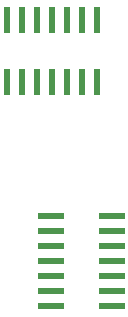
<source format=gbr>
G04 EAGLE Gerber RS-274X export*
G75*
%MOMM*%
%FSLAX34Y34*%
%LPD*%
%INSolderpaste Top*%
%IPPOS*%
%AMOC8*
5,1,8,0,0,1.08239X$1,22.5*%
G01*
%ADD10R,2.200000X0.600000*%
%ADD11R,0.600000X2.200000*%


D10*
X305400Y165100D03*
X253400Y165100D03*
X305400Y152400D03*
X305400Y177800D03*
X305400Y190500D03*
X253400Y152400D03*
X253400Y177800D03*
X253400Y190500D03*
X305400Y215900D03*
X253400Y215900D03*
X305400Y203200D03*
X305400Y228600D03*
X253400Y203200D03*
X253400Y228600D03*
D11*
X279400Y394300D03*
X279400Y342300D03*
X292100Y394300D03*
X266700Y394300D03*
X254000Y394300D03*
X292100Y342300D03*
X266700Y342300D03*
X254000Y342300D03*
X228600Y394300D03*
X228600Y342300D03*
X241300Y394300D03*
X215900Y394300D03*
X241300Y342300D03*
X215900Y342300D03*
M02*

</source>
